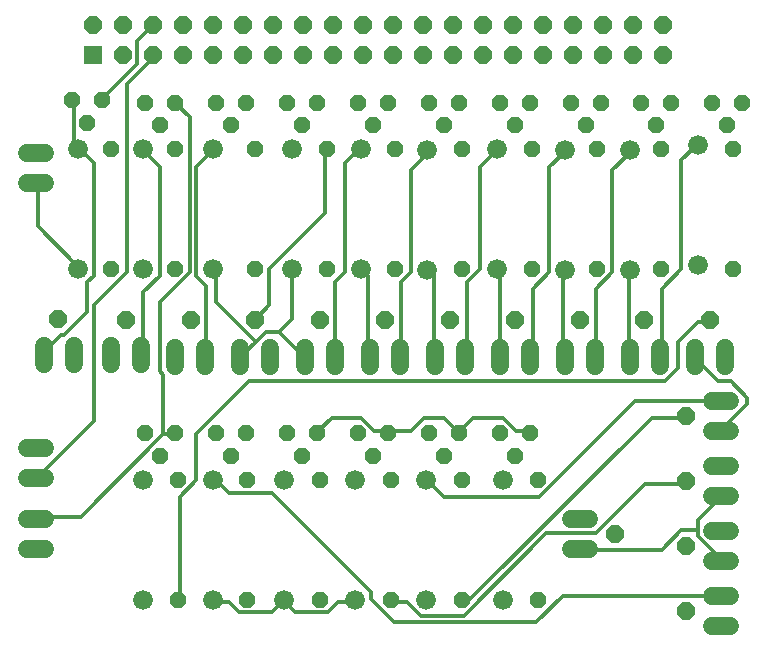
<source format=gbr>
G04 EAGLE Gerber RS-274X export*
G75*
%MOMM*%
%FSLAX34Y34*%
%LPD*%
%INBottom Copper*%
%IPPOS*%
%AMOC8*
5,1,8,0,0,1.08239X$1,22.5*%
G01*
%ADD10C,1.676400*%
%ADD11C,1.524000*%
%ADD12P,1.649562X8X22.500000*%
%ADD13R,1.524000X1.524000*%
%ADD14P,1.429621X8X112.500000*%
%ADD15P,1.429621X8X202.500000*%
%ADD16P,1.429621X8X292.500000*%
%ADD17C,0.304800*%


D10*
X70000Y425800D03*
X70000Y324200D03*
D11*
X67030Y259220D02*
X67030Y243980D01*
X41630Y243980D02*
X41630Y259220D01*
D12*
X53290Y281440D03*
D13*
X82630Y505300D03*
D12*
X108030Y505300D03*
X133430Y505300D03*
X158830Y505300D03*
X184230Y505300D03*
X209630Y505300D03*
X82630Y530700D03*
X108030Y530700D03*
X133430Y530700D03*
X158830Y530700D03*
X184230Y530700D03*
X209630Y530700D03*
X235030Y505300D03*
X235030Y530700D03*
X260430Y505300D03*
X285830Y505300D03*
X311230Y505300D03*
X336630Y505300D03*
X362030Y505300D03*
X387430Y505300D03*
X260430Y530700D03*
X285830Y530700D03*
X311230Y530700D03*
X336630Y530700D03*
X362030Y530700D03*
X387430Y530700D03*
X412830Y505300D03*
X412830Y530700D03*
X438230Y505300D03*
X463630Y505300D03*
X489030Y505300D03*
X514430Y505300D03*
X539830Y505300D03*
X565230Y505300D03*
X438230Y530700D03*
X463630Y530700D03*
X489030Y530700D03*
X514430Y530700D03*
X539830Y530700D03*
X565230Y530700D03*
D14*
X98230Y324300D03*
X98230Y425900D03*
D15*
X65100Y466870D03*
X77800Y447820D03*
X90500Y466870D03*
D14*
X152460Y324200D03*
X152460Y425800D03*
D10*
X125000Y425800D03*
X125000Y324200D03*
D15*
X127300Y465000D03*
X140000Y445950D03*
X152700Y465000D03*
D11*
X98000Y258850D02*
X98000Y243610D01*
X123400Y243610D02*
X123400Y258850D01*
D12*
X111110Y281350D03*
D14*
X220000Y324200D03*
X220000Y425800D03*
D10*
X185000Y425800D03*
X185000Y324200D03*
D15*
X187300Y465000D03*
X200000Y445950D03*
X212700Y465000D03*
D11*
X152300Y257620D02*
X152300Y242380D01*
X177700Y242380D02*
X177700Y257620D01*
D12*
X165550Y280950D03*
D16*
X281270Y425800D03*
X281270Y324200D03*
D10*
X251890Y426120D03*
X251890Y324520D03*
D15*
X247300Y465000D03*
X260000Y445950D03*
X272700Y465000D03*
D11*
X207300Y257620D02*
X207300Y242380D01*
X232700Y242380D02*
X232700Y257620D01*
D12*
X220000Y281270D03*
D14*
X338650Y324200D03*
X338650Y425800D03*
D10*
X310000Y425800D03*
X310000Y324200D03*
D15*
X307300Y465000D03*
X320000Y445950D03*
X332700Y465000D03*
D11*
X262300Y257620D02*
X262300Y242380D01*
X287700Y242380D02*
X287700Y257620D01*
D12*
X275000Y281110D03*
D14*
X395000Y324200D03*
X395000Y425800D03*
D10*
X366190Y424530D03*
X366190Y322930D03*
D15*
X367300Y465000D03*
X380000Y445950D03*
X392700Y465000D03*
D11*
X317300Y257620D02*
X317300Y242380D01*
X342700Y242380D02*
X342700Y257620D01*
D12*
X330000Y281190D03*
D14*
X455000Y324200D03*
X455000Y425800D03*
D10*
X425000Y425800D03*
X425000Y324200D03*
D15*
X427300Y465000D03*
X440000Y445950D03*
X452700Y465000D03*
D11*
X372300Y257620D02*
X372300Y242380D01*
X397700Y242380D02*
X397700Y257620D01*
D12*
X385000Y281270D03*
D14*
X510000Y324200D03*
X510000Y425800D03*
D10*
X482460Y424530D03*
X482460Y322930D03*
D15*
X487300Y465000D03*
X500000Y445950D03*
X512700Y465000D03*
D11*
X427300Y257620D02*
X427300Y242380D01*
X452700Y242380D02*
X452700Y257620D01*
D12*
X440080Y280950D03*
D14*
X563900Y324550D03*
X563900Y426150D03*
D10*
X537460Y424530D03*
X537460Y322930D03*
D15*
X547300Y465000D03*
X560000Y445950D03*
X572700Y465000D03*
D11*
X482300Y257620D02*
X482300Y242380D01*
X507700Y242380D02*
X507700Y257620D01*
D12*
X494920Y281110D03*
D14*
X625000Y324200D03*
X625000Y425800D03*
D10*
X594920Y429530D03*
X594920Y327930D03*
D15*
X607300Y465000D03*
X620000Y445950D03*
X632700Y465000D03*
D11*
X537300Y257620D02*
X537300Y242380D01*
X562700Y242380D02*
X562700Y257620D01*
D12*
X549680Y281190D03*
D14*
X155000Y44200D03*
X155000Y145800D03*
D10*
X125000Y145800D03*
X125000Y44200D03*
D15*
X127300Y185000D03*
X140000Y165950D03*
X152700Y185000D03*
D11*
X592300Y242380D02*
X592300Y257620D01*
X617700Y257620D02*
X617700Y242380D01*
D12*
X605000Y281270D03*
D14*
X213730Y44200D03*
X213730Y145800D03*
D10*
X185000Y145800D03*
X185000Y44200D03*
D15*
X187300Y185000D03*
X200000Y165950D03*
X212700Y185000D03*
D11*
X607380Y22300D02*
X622620Y22300D01*
X622620Y47700D02*
X607380Y47700D01*
D12*
X585000Y35000D03*
D14*
X275000Y44200D03*
X275000Y145800D03*
D10*
X245000Y145800D03*
X245000Y44200D03*
D15*
X247300Y185000D03*
X260000Y165950D03*
X272700Y185000D03*
D11*
X607380Y77300D02*
X622620Y77300D01*
X622620Y102700D02*
X607380Y102700D01*
D12*
X585000Y90000D03*
D14*
X335000Y44200D03*
X335000Y145800D03*
D10*
X305000Y145800D03*
X305000Y44200D03*
D15*
X307300Y185000D03*
X320000Y165950D03*
X332700Y185000D03*
D11*
X607380Y132300D02*
X622620Y132300D01*
X622620Y157700D02*
X607380Y157700D01*
D12*
X585000Y145000D03*
D14*
X395000Y44200D03*
X395000Y145800D03*
D10*
X365000Y145800D03*
X365000Y44200D03*
D15*
X367300Y185000D03*
X380000Y165950D03*
X392700Y185000D03*
D11*
X607380Y187300D02*
X622620Y187300D01*
X622620Y212700D02*
X607380Y212700D01*
D12*
X585000Y200000D03*
D14*
X460000Y44200D03*
X460000Y145800D03*
D10*
X430000Y145800D03*
X430000Y44200D03*
D15*
X427300Y185000D03*
X440000Y165950D03*
X452700Y185000D03*
D11*
X487380Y87300D02*
X502620Y87300D01*
X502620Y112700D02*
X487380Y112700D01*
D12*
X525000Y100000D03*
D11*
X42700Y147300D02*
X27460Y147300D01*
X27460Y172700D02*
X42700Y172700D01*
X42700Y87300D02*
X27460Y87300D01*
X27460Y112700D02*
X42700Y112700D01*
X42620Y397300D02*
X27380Y397300D01*
X27380Y422700D02*
X42620Y422700D01*
D17*
X67056Y430276D02*
X67056Y466598D01*
X67056Y430276D02*
X69850Y427482D01*
X67056Y466598D02*
X65100Y466870D01*
X69850Y427482D02*
X70000Y425800D01*
X55880Y268224D02*
X41910Y254254D01*
X55880Y268224D02*
X58674Y268224D01*
X78232Y287782D01*
X78232Y312928D01*
X83820Y318516D01*
X83820Y413512D01*
X72644Y424688D01*
X41910Y254254D02*
X41630Y251600D01*
X72644Y424688D02*
X70000Y425800D01*
X335280Y187198D02*
X352044Y187198D01*
X363220Y198374D01*
X379984Y198374D01*
X391160Y187198D01*
X335280Y187198D02*
X332700Y185000D01*
X391160Y187198D02*
X392700Y185000D01*
X441452Y187198D02*
X452628Y187198D01*
X441452Y187198D02*
X430276Y198374D01*
X405130Y198374D01*
X393954Y187198D01*
X452628Y187198D02*
X452700Y185000D01*
X393954Y187198D02*
X392700Y185000D01*
X72644Y114554D02*
X36322Y114554D01*
X72644Y114554D02*
X142494Y184404D01*
X150876Y184404D01*
X36322Y114554D02*
X35080Y112700D01*
X150876Y184404D02*
X152700Y185000D01*
X321310Y187198D02*
X332486Y187198D01*
X321310Y187198D02*
X310134Y198374D01*
X284988Y198374D01*
X273812Y187198D01*
X332486Y187198D02*
X332700Y185000D01*
X273812Y187198D02*
X272700Y185000D01*
X92202Y469392D02*
X120142Y497332D01*
X120142Y516890D01*
X131318Y528066D01*
X92202Y469392D02*
X90500Y466870D01*
X131318Y528066D02*
X133430Y530700D01*
X142494Y234696D02*
X142494Y184404D01*
X142494Y234696D02*
X139700Y237490D01*
X139700Y296164D01*
X164846Y321310D01*
X164846Y452628D01*
X153670Y463804D01*
X152700Y465000D01*
X187198Y41910D02*
X198374Y41910D01*
X206756Y33528D01*
X234696Y33528D01*
X243078Y41910D01*
X187198Y41910D02*
X185000Y44200D01*
X243078Y41910D02*
X245000Y44200D01*
X290576Y41910D02*
X304546Y41910D01*
X290576Y41910D02*
X282194Y33528D01*
X254254Y33528D01*
X245872Y41910D01*
X304546Y41910D02*
X305000Y44200D01*
X245872Y41910D02*
X245000Y44200D01*
X36322Y360426D02*
X36322Y396748D01*
X36322Y360426D02*
X69850Y326898D01*
X36322Y396748D02*
X35000Y397300D01*
X69850Y326898D02*
X70000Y324200D01*
X371602Y318516D02*
X371602Y251460D01*
X371602Y318516D02*
X368808Y321310D01*
X371602Y251460D02*
X372300Y250000D01*
X368808Y321310D02*
X366190Y322930D01*
X315722Y318516D02*
X315722Y251460D01*
X315722Y318516D02*
X310134Y324104D01*
X315722Y251460D02*
X317300Y250000D01*
X310134Y324104D02*
X310000Y324200D01*
X229108Y271018D02*
X220726Y262636D01*
X209550Y251460D01*
X229108Y271018D02*
X240284Y271018D01*
X259842Y251460D01*
X209550Y251460D02*
X207300Y250000D01*
X259842Y251460D02*
X262300Y250000D01*
X251460Y282194D02*
X251460Y324104D01*
X251460Y282194D02*
X240284Y271018D01*
X251460Y324104D02*
X251890Y324520D01*
X187198Y324104D02*
X187198Y296164D01*
X220726Y262636D01*
X187198Y324104D02*
X185000Y324200D01*
X595122Y97790D02*
X614680Y78232D01*
X595122Y103378D02*
X595122Y111760D01*
X595122Y103378D02*
X595122Y97790D01*
X595122Y111760D02*
X614680Y131318D01*
X614680Y78232D02*
X615000Y77300D01*
X614680Y131318D02*
X615000Y132300D01*
X480568Y251460D02*
X480568Y321310D01*
X480568Y251460D02*
X482300Y250000D01*
X480568Y321310D02*
X482460Y322930D01*
X427482Y324104D02*
X427482Y251460D01*
X427300Y250000D01*
X427482Y324104D02*
X425000Y324200D01*
X536448Y321310D02*
X536448Y251460D01*
X537300Y250000D01*
X536448Y321310D02*
X537460Y322930D01*
X637032Y209550D02*
X617474Y189992D01*
X637032Y209550D02*
X637032Y215138D01*
X623062Y229108D01*
X611886Y229108D01*
X592328Y248666D01*
X617474Y189992D02*
X615000Y187300D01*
X592328Y248666D02*
X592300Y250000D01*
X564388Y86614D02*
X497332Y86614D01*
X564388Y86614D02*
X581152Y103378D01*
X595122Y103378D01*
X497332Y86614D02*
X495000Y87300D01*
X125730Y251460D02*
X125730Y304546D01*
X139700Y318516D01*
X139700Y410718D01*
X125730Y424688D01*
X125730Y251460D02*
X123400Y251230D01*
X125730Y424688D02*
X125000Y425800D01*
X178816Y310134D02*
X178816Y251460D01*
X178816Y310134D02*
X170434Y318516D01*
X170434Y410718D01*
X184404Y424688D01*
X178816Y251460D02*
X177700Y250000D01*
X184404Y424688D02*
X185000Y425800D01*
X279400Y424688D02*
X279400Y371602D01*
X231902Y324104D01*
X231902Y293370D01*
X220726Y282194D01*
X279400Y424688D02*
X281270Y425800D01*
X220726Y282194D02*
X220000Y281270D01*
X287782Y251460D02*
X287782Y312928D01*
X296164Y321310D01*
X296164Y413512D01*
X307340Y424688D01*
X287782Y251460D02*
X287700Y250000D01*
X307340Y424688D02*
X310000Y425800D01*
X343662Y312928D02*
X343662Y251460D01*
X343662Y312928D02*
X352044Y321310D01*
X352044Y407924D01*
X366014Y421894D01*
X343662Y251460D02*
X342700Y250000D01*
X366014Y421894D02*
X366190Y424530D01*
X399542Y312928D02*
X399542Y251460D01*
X399542Y312928D02*
X410718Y324104D01*
X410718Y410718D01*
X424688Y424688D01*
X399542Y251460D02*
X397700Y250000D01*
X424688Y424688D02*
X425000Y425800D01*
X455422Y307340D02*
X455422Y251460D01*
X455422Y307340D02*
X469392Y321310D01*
X469392Y410718D01*
X480568Y421894D01*
X455422Y251460D02*
X452700Y250000D01*
X480568Y421894D02*
X482460Y424530D01*
X508508Y307340D02*
X508508Y251460D01*
X508508Y307340D02*
X522478Y321310D01*
X522478Y407924D01*
X536448Y421894D01*
X508508Y251460D02*
X507700Y250000D01*
X536448Y421894D02*
X537460Y424530D01*
X564388Y307340D02*
X564388Y251460D01*
X564388Y307340D02*
X581152Y324104D01*
X581152Y416306D01*
X592328Y427482D01*
X564388Y251460D02*
X562700Y250000D01*
X592328Y427482D02*
X594920Y429530D01*
X156464Y131318D02*
X156464Y44704D01*
X156464Y131318D02*
X170434Y145288D01*
X170434Y184404D01*
X215138Y229108D01*
X567182Y229108D01*
X578358Y240284D01*
X578358Y262636D01*
X595122Y279400D01*
X603504Y279400D01*
X156464Y44704D02*
X155000Y44200D01*
X603504Y279400D02*
X605000Y281270D01*
X614680Y47498D02*
X480568Y47498D01*
X458216Y25146D01*
X338074Y25146D01*
X318516Y44704D01*
X318516Y50292D01*
X234696Y134112D01*
X198374Y134112D01*
X187198Y145288D01*
X614680Y47498D02*
X615000Y47700D01*
X187198Y145288D02*
X185000Y145800D01*
X335280Y41910D02*
X349250Y41910D01*
X360426Y30734D01*
X396748Y30734D01*
X466598Y100584D01*
X508508Y100584D01*
X550418Y142494D01*
X583946Y142494D01*
X335000Y44200D02*
X335280Y41910D01*
X583946Y142494D02*
X585000Y145000D01*
X614680Y212344D02*
X542036Y212344D01*
X461010Y131318D01*
X379984Y131318D01*
X366014Y145288D01*
X614680Y212344D02*
X615000Y212700D01*
X366014Y145288D02*
X365000Y145800D01*
X396748Y44704D02*
X402336Y44704D01*
X556006Y198374D01*
X583946Y198374D01*
X396748Y44704D02*
X395000Y44200D01*
X583946Y198374D02*
X585000Y200000D01*
X83820Y195580D02*
X36322Y148082D01*
X83820Y195580D02*
X83820Y293370D01*
X111760Y321310D01*
X111760Y480568D01*
X134112Y502920D01*
X36322Y148082D02*
X35080Y147300D01*
X134112Y502920D02*
X133430Y505300D01*
M02*

</source>
